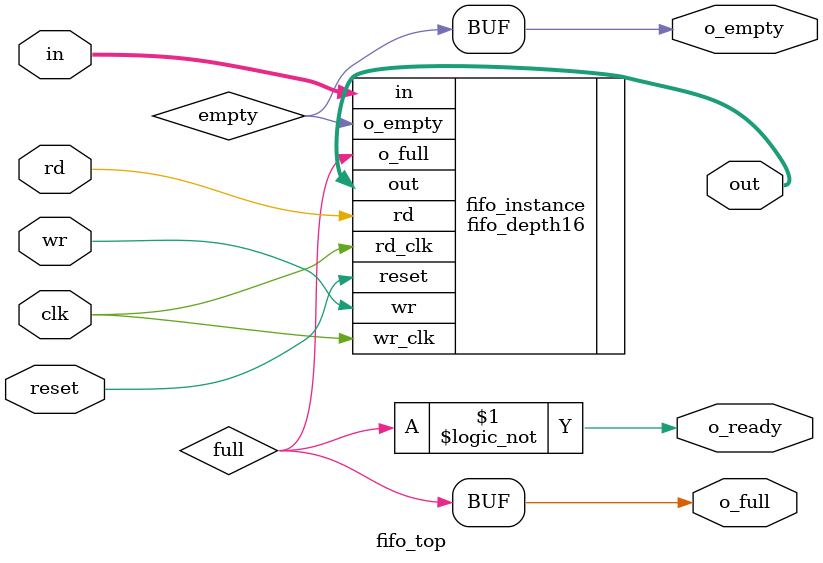
<source format=v>
module fifo_top (clk, in, out, rd, wr, o_full, reset, o_ready, o_empty);

parameter bw = 8;
parameter width = 1;

input  clk;
input  wr;
input  rd;
input  reset;
input  [width*bw-1:0] in;
output [width*bw-1:0] out;
output o_full;
output o_ready;
output o_empty;

wire [width-1:0] empty;
wire [width-1:0] full;

genvar i;

assign o_ready = !full ;
assign o_full  = full ;
assign o_empty = empty;

fifo_depth16 #(.bw(bw)) fifo_instance (
  .rd_clk(clk),
  .wr_clk(clk),
  .rd(rd),
  .wr(wr),
  .o_empty(empty),
  .o_full(full),
  .in(in),
  .out(out),
  .reset(reset)
);

endmodule

</source>
